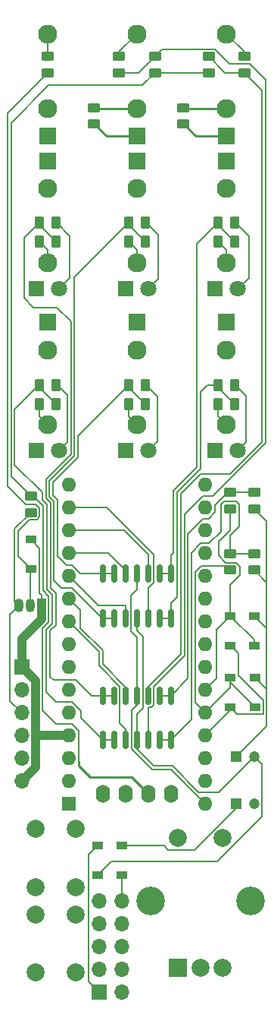
<source format=gbr>
%TF.GenerationSoftware,KiCad,Pcbnew,6.0.11-2627ca5db0~126~ubuntu22.04.1*%
%TF.CreationDate,2023-07-26T01:24:55+03:00*%
%TF.ProjectId,gtoe,67746f65-2e6b-4696-9361-645f70636258,rev?*%
%TF.SameCoordinates,Original*%
%TF.FileFunction,Copper,L2,Bot*%
%TF.FilePolarity,Positive*%
%FSLAX46Y46*%
G04 Gerber Fmt 4.6, Leading zero omitted, Abs format (unit mm)*
G04 Created by KiCad (PCBNEW 6.0.11-2627ca5db0~126~ubuntu22.04.1) date 2023-07-26 01:24:55*
%MOMM*%
%LPD*%
G01*
G04 APERTURE LIST*
G04 Aperture macros list*
%AMRoundRect*
0 Rectangle with rounded corners*
0 $1 Rounding radius*
0 $2 $3 $4 $5 $6 $7 $8 $9 X,Y pos of 4 corners*
0 Add a 4 corners polygon primitive as box body*
4,1,4,$2,$3,$4,$5,$6,$7,$8,$9,$2,$3,0*
0 Add four circle primitives for the rounded corners*
1,1,$1+$1,$2,$3*
1,1,$1+$1,$4,$5*
1,1,$1+$1,$6,$7*
1,1,$1+$1,$8,$9*
0 Add four rect primitives between the rounded corners*
20,1,$1+$1,$2,$3,$4,$5,0*
20,1,$1+$1,$4,$5,$6,$7,0*
20,1,$1+$1,$6,$7,$8,$9,0*
20,1,$1+$1,$8,$9,$2,$3,0*%
G04 Aperture macros list end*
%TA.AperFunction,ComponentPad*%
%ADD10R,1.930000X1.830000*%
%TD*%
%TA.AperFunction,ComponentPad*%
%ADD11C,2.130000*%
%TD*%
%TA.AperFunction,ComponentPad*%
%ADD12C,2.000000*%
%TD*%
%TA.AperFunction,ComponentPad*%
%ADD13R,1.800000X1.800000*%
%TD*%
%TA.AperFunction,ComponentPad*%
%ADD14C,1.800000*%
%TD*%
%TA.AperFunction,ComponentPad*%
%ADD15O,1.600000X2.000000*%
%TD*%
%TA.AperFunction,ComponentPad*%
%ADD16R,2.000000X2.000000*%
%TD*%
%TA.AperFunction,ComponentPad*%
%ADD17C,3.200000*%
%TD*%
%TA.AperFunction,SMDPad,CuDef*%
%ADD18R,1.200000X0.900000*%
%TD*%
%TA.AperFunction,SMDPad,CuDef*%
%ADD19RoundRect,0.250000X-0.450000X0.262500X-0.450000X-0.262500X0.450000X-0.262500X0.450000X0.262500X0*%
%TD*%
%TA.AperFunction,ComponentPad*%
%ADD20R,1.200000X1.200000*%
%TD*%
%TA.AperFunction,ComponentPad*%
%ADD21C,1.200000*%
%TD*%
%TA.AperFunction,SMDPad,CuDef*%
%ADD22RoundRect,0.250000X0.262500X0.450000X-0.262500X0.450000X-0.262500X-0.450000X0.262500X-0.450000X0*%
%TD*%
%TA.AperFunction,SMDPad,CuDef*%
%ADD23RoundRect,0.150000X-0.150000X0.825000X-0.150000X-0.825000X0.150000X-0.825000X0.150000X0.825000X0*%
%TD*%
%TA.AperFunction,ComponentPad*%
%ADD24R,1.600000X1.600000*%
%TD*%
%TA.AperFunction,ComponentPad*%
%ADD25O,1.600000X1.600000*%
%TD*%
%TA.AperFunction,SMDPad,CuDef*%
%ADD26RoundRect,0.250000X0.450000X-0.262500X0.450000X0.262500X-0.450000X0.262500X-0.450000X-0.262500X0*%
%TD*%
%TA.AperFunction,ComponentPad*%
%ADD27R,1.700000X1.700000*%
%TD*%
%TA.AperFunction,ComponentPad*%
%ADD28O,1.700000X1.700000*%
%TD*%
%TA.AperFunction,ComponentPad*%
%ADD29R,1.050000X1.500000*%
%TD*%
%TA.AperFunction,ComponentPad*%
%ADD30O,1.050000X1.500000*%
%TD*%
%TA.AperFunction,Conductor*%
%ADD31C,0.200000*%
%TD*%
%TA.AperFunction,Conductor*%
%ADD32C,1.000000*%
%TD*%
%TA.AperFunction,Conductor*%
%ADD33C,0.250000*%
%TD*%
G04 APERTURE END LIST*
D10*
%TO.P,J9,S*%
%TO.N,GND*%
X124800000Y-52780000D03*
D11*
%TO.P,J9,T*%
%TO.N,Net-(J9-PadT)*%
X124800000Y-41380000D03*
%TO.P,J9,TN*%
%TO.N,Net-(J9-PadTN)*%
X124800000Y-49680000D03*
%TD*%
D12*
%TO.P,SW3,1*%
%TO.N,SHIFT BTN*%
X103450000Y-146000000D03*
X103450000Y-139500000D03*
%TO.P,SW3,2*%
%TO.N,GND*%
X107950000Y-139500000D03*
X107950000Y-146000000D03*
%TD*%
D13*
%TO.P,D5,1,K*%
%TO.N,GND*%
X113530000Y-87800000D03*
D14*
%TO.P,D5,2,A*%
%TO.N,Net-(D5-Pad2)*%
X116070000Y-87800000D03*
%TD*%
D10*
%TO.P,J2,S*%
%TO.N,GND*%
X114800000Y-55520000D03*
D11*
%TO.P,J2,T*%
%TO.N,Net-(J2-PadT)*%
X114800000Y-66920000D03*
%TO.P,J2,TN*%
%TO.N,unconnected-(J2-PadTN)*%
X114800000Y-58620000D03*
%TD*%
D15*
%TO.P,Screen,1,GND*%
%TO.N,GND*%
X118621000Y-126100000D03*
%TO.P,Screen,2,VCC*%
%TO.N,+5V*%
X116081000Y-126100000D03*
%TO.P,Screen,3,SCL*%
%TO.N,I2C SCL*%
X113541000Y-126100000D03*
%TO.P,Screen,4,SDA*%
%TO.N,I2C SDA*%
X111000000Y-126100000D03*
%TD*%
D10*
%TO.P,J5,S*%
%TO.N,GND*%
X114800000Y-73520000D03*
D11*
%TO.P,J5,T*%
%TO.N,Net-(J5-PadT)*%
X114800000Y-84920000D03*
%TO.P,J5,TN*%
%TO.N,unconnected-(J5-PadTN)*%
X114800000Y-76620000D03*
%TD*%
D13*
%TO.P,D4,1,K*%
%TO.N,GND*%
X103530000Y-87800000D03*
D14*
%TO.P,D4,2,A*%
%TO.N,Net-(D4-Pad2)*%
X106070000Y-87800000D03*
%TD*%
D13*
%TO.P,D3,1,K*%
%TO.N,GND*%
X123530000Y-69800000D03*
D14*
%TO.P,D3,2,A*%
%TO.N,Net-(D3-Pad2)*%
X126070000Y-69800000D03*
%TD*%
D10*
%TO.P,J3,S*%
%TO.N,GND*%
X124800000Y-55520000D03*
D11*
%TO.P,J3,T*%
%TO.N,Net-(J3-PadT)*%
X124800000Y-66920000D03*
%TO.P,J3,TN*%
%TO.N,unconnected-(J3-PadTN)*%
X124800000Y-58620000D03*
%TD*%
D13*
%TO.P,D2,1,K*%
%TO.N,GND*%
X113530000Y-69800000D03*
D14*
%TO.P,D2,2,A*%
%TO.N,Net-(D2-Pad2)*%
X116070000Y-69800000D03*
%TD*%
D16*
%TO.P,SW2,A,A*%
%TO.N,ENC_D1*%
X119400000Y-145500000D03*
D12*
%TO.P,SW2,B,B*%
%TO.N,ENC_D2*%
X124400000Y-145500000D03*
%TO.P,SW2,C,C*%
%TO.N,GND*%
X121900000Y-145500000D03*
D17*
%TO.P,SW2,MP*%
%TO.N,N/C*%
X116300000Y-138000000D03*
X127500000Y-138000000D03*
D12*
%TO.P,SW2,S1,S1*%
%TO.N,ENC_BTN*%
X124400000Y-131000000D03*
%TO.P,SW2,S2,S2*%
%TO.N,GND*%
X119400000Y-131000000D03*
%TD*%
D10*
%TO.P,J8,S*%
%TO.N,GND*%
X114800000Y-52780000D03*
D11*
%TO.P,J8,T*%
%TO.N,Net-(J8-PadT)*%
X114800000Y-41380000D03*
%TO.P,J8,TN*%
%TO.N,Net-(J8-PadTN)*%
X114800000Y-49680000D03*
%TD*%
D10*
%TO.P,J6,S*%
%TO.N,GND*%
X124800000Y-73520000D03*
D11*
%TO.P,J6,T*%
%TO.N,Net-(J6-PadT)*%
X124800000Y-84920000D03*
%TO.P,J6,TN*%
%TO.N,unconnected-(J6-PadTN)*%
X124800000Y-76620000D03*
%TD*%
D10*
%TO.P,J1,S*%
%TO.N,GND*%
X104800000Y-55520000D03*
D11*
%TO.P,J1,T*%
%TO.N,Net-(J1-PadT)*%
X104800000Y-66920000D03*
%TO.P,J1,TN*%
%TO.N,unconnected-(J1-PadTN)*%
X104800000Y-58620000D03*
%TD*%
D13*
%TO.P,D6,1,K*%
%TO.N,GND*%
X123530000Y-87800000D03*
D14*
%TO.P,D6,2,A*%
%TO.N,Net-(D6-Pad2)*%
X126070000Y-87800000D03*
%TD*%
D13*
%TO.P,D1,1,K*%
%TO.N,GND*%
X103530000Y-69800000D03*
D14*
%TO.P,D1,2,A*%
%TO.N,Net-(D1-Pad2)*%
X106070000Y-69800000D03*
%TD*%
D10*
%TO.P,J4,S*%
%TO.N,GND*%
X104800000Y-73520000D03*
D11*
%TO.P,J4,T*%
%TO.N,Net-(J4-PadT)*%
X104800000Y-84920000D03*
%TO.P,J4,TN*%
%TO.N,unconnected-(J4-PadTN)*%
X104800000Y-76620000D03*
%TD*%
D10*
%TO.P,J7,S*%
%TO.N,GND*%
X104800000Y-52780000D03*
D11*
%TO.P,J7,T*%
%TO.N,Net-(J7-PadT)*%
X104800000Y-41380000D03*
%TO.P,J7,TN*%
%TO.N,unconnected-(J7-PadTN)*%
X104800000Y-49680000D03*
%TD*%
D12*
%TO.P,SW1,1*%
%TO.N,START STOP BTN*%
X103450000Y-136500000D03*
X103450000Y-130000000D03*
%TO.P,SW1,2*%
%TO.N,GND*%
X107950000Y-130000000D03*
X107950000Y-136500000D03*
%TD*%
D18*
%TO.P,D13,1,K*%
%TO.N,+12V*%
X113100000Y-131850000D03*
%TO.P,D13,2,A*%
%TO.N,Net-(D13-Pad2)*%
X113100000Y-135150000D03*
%TD*%
D19*
%TO.P,R24,1*%
%TO.N,Net-(J9-PadTN)*%
X120000000Y-49587500D03*
%TO.P,R24,2*%
%TO.N,GND*%
X120000000Y-51412500D03*
%TD*%
%TO.P,R19,1*%
%TO.N,Net-(R16-Pad2)*%
X122800000Y-43887500D03*
%TO.P,R19,2*%
%TO.N,+5V*%
X122800000Y-45712500D03*
%TD*%
D20*
%TO.P,C1,1*%
%TO.N,+12V*%
X125900000Y-127200000D03*
D21*
%TO.P,C1,2*%
%TO.N,GND*%
X127900000Y-127200000D03*
%TD*%
D18*
%TO.P,D9,1,K*%
%TO.N,CV1 INPUT*%
X128000000Y-116450000D03*
%TO.P,D9,2,A*%
%TO.N,GND*%
X128000000Y-113150000D03*
%TD*%
%TO.P,D11,1,K*%
%TO.N,CV2 INPUT*%
X127900000Y-109550000D03*
%TO.P,D11,2,A*%
%TO.N,GND*%
X127900000Y-106250000D03*
%TD*%
D22*
%TO.P,R9,1*%
%TO.N,Net-(R10-Pad2)*%
X115712500Y-82600000D03*
%TO.P,R9,2*%
%TO.N,Net-(J5-PadT)*%
X113887500Y-82600000D03*
%TD*%
D18*
%TO.P,D12,1,K*%
%TO.N,Net-(D12-Pad1)*%
X110400000Y-131850000D03*
%TO.P,D12,2,A*%
%TO.N,-12V*%
X110400000Y-135150000D03*
%TD*%
D22*
%TO.P,R3,1*%
%TO.N,Net-(R3-Pad1)*%
X115712500Y-64500000D03*
%TO.P,R3,2*%
%TO.N,Net-(J2-PadT)*%
X113887500Y-64500000D03*
%TD*%
D23*
%TO.P,U2,1*%
%TO.N,Net-(R1-Pad1)*%
X110990000Y-115125000D03*
%TO.P,U2,2,-*%
X112260000Y-115125000D03*
%TO.P,U2,3,+*%
%TO.N,Channel 1*%
X113530000Y-115125000D03*
%TO.P,U2,4,V+*%
%TO.N,+12V*%
X114800000Y-115125000D03*
%TO.P,U2,5,+*%
%TO.N,Net-(R16-Pad2)*%
X116070000Y-115125000D03*
%TO.P,U2,6,-*%
%TO.N,Net-(R17-Pad2)*%
X117340000Y-115125000D03*
%TO.P,U2,7*%
X118610000Y-115125000D03*
%TO.P,U2,8*%
%TO.N,Net-(R20-Pad1)*%
X118610000Y-120075000D03*
%TO.P,U2,9,-*%
X117340000Y-120075000D03*
%TO.P,U2,10,+*%
%TO.N,Net-(R15-Pad2)*%
X116070000Y-120075000D03*
%TO.P,U2,11,V-*%
%TO.N,-12V*%
X114800000Y-120075000D03*
%TO.P,U2,12,+*%
%TO.N,Channel 4*%
X113530000Y-120075000D03*
%TO.P,U2,13,-*%
%TO.N,Net-(R7-Pad1)*%
X112260000Y-120075000D03*
%TO.P,U2,14*%
X110990000Y-120075000D03*
%TD*%
D19*
%TO.P,R23,1*%
%TO.N,Net-(J8-PadTN)*%
X110000000Y-49587500D03*
%TO.P,R23,2*%
%TO.N,GND*%
X110000000Y-51412500D03*
%TD*%
D24*
%TO.P,A1,1,D1/TX*%
%TO.N,Serial Out*%
X107175000Y-127200000D03*
D25*
%TO.P,A1,2,D0/RX*%
%TO.N,Serial In*%
X107175000Y-124660000D03*
%TO.P,A1,3,~{RESET}*%
%TO.N,unconnected-(A1-Pad3)*%
X107175000Y-122120000D03*
%TO.P,A1,4,GND*%
%TO.N,GND*%
X107175000Y-119580000D03*
%TO.P,A1,5,D2*%
%TO.N,DIGITAL INPUT*%
X107175000Y-117040000D03*
%TO.P,A1,6,D3*%
%TO.N,24ppqn OUT*%
X107175000Y-114500000D03*
%TO.P,A1,7,D4*%
%TO.N,ENC_D2*%
X107175000Y-111960000D03*
%TO.P,A1,8,D5*%
%TO.N,START STOP BTN*%
X107175000Y-109420000D03*
%TO.P,A1,9,D6*%
%TO.N,Channel 4*%
X107175000Y-106880000D03*
%TO.P,A1,10,D7*%
%TO.N,Channel 1*%
X107175000Y-104340000D03*
%TO.P,A1,11,D8*%
%TO.N,Channel 2*%
X107175000Y-101800000D03*
%TO.P,A1,12,D9*%
%TO.N,Channel 5*%
X107175000Y-99260000D03*
%TO.P,A1,13,D10*%
%TO.N,Channel 3*%
X107175000Y-96720000D03*
%TO.P,A1,14,D11*%
%TO.N,Channel 6*%
X107175000Y-94180000D03*
%TO.P,A1,15,D12*%
%TO.N,SHIFT BTN*%
X107175000Y-91640000D03*
%TO.P,A1,16,D13*%
%TO.N,unconnected-(A1-Pad16)*%
X122415000Y-91640000D03*
%TO.P,A1,17,3V3*%
%TO.N,unconnected-(A1-Pad17)*%
X122415000Y-94180000D03*
%TO.P,A1,18,AREF*%
%TO.N,unconnected-(A1-Pad18)*%
X122415000Y-96720000D03*
%TO.P,A1,19,A0*%
%TO.N,ENC_BTN*%
X122415000Y-99260000D03*
%TO.P,A1,20,A1*%
%TO.N,unconnected-(A1-Pad20)*%
X122415000Y-101800000D03*
%TO.P,A1,21,A2*%
%TO.N,unconnected-(A1-Pad21)*%
X122415000Y-104340000D03*
%TO.P,A1,22,A3*%
%TO.N,ENC_D1*%
X122415000Y-106880000D03*
%TO.P,A1,23,A4*%
%TO.N,I2C SDA*%
X122415000Y-109420000D03*
%TO.P,A1,24,A5*%
%TO.N,I2C SCL*%
X122415000Y-111960000D03*
%TO.P,A1,25,A6*%
%TO.N,CV2 INPUT*%
X122415000Y-114500000D03*
%TO.P,A1,26,A7*%
%TO.N,CV1 INPUT*%
X122415000Y-117040000D03*
%TO.P,A1,27,+5V*%
%TO.N,+5V*%
X122415000Y-119580000D03*
%TO.P,A1,28,~{RESET}*%
%TO.N,unconnected-(A1-Pad28)*%
X122415000Y-122120000D03*
%TO.P,A1,29,GND*%
%TO.N,GND*%
X122415000Y-124660000D03*
%TO.P,A1,30,VIN*%
%TO.N,+12V*%
X122415000Y-127200000D03*
%TD*%
D19*
%TO.P,R13,1*%
%TO.N,Net-(J7-PadT)*%
X104800000Y-43887500D03*
%TO.P,R13,2*%
%TO.N,Net-(D7-Pad1)*%
X104800000Y-45712500D03*
%TD*%
D22*
%TO.P,R7,1*%
%TO.N,Net-(R7-Pad1)*%
X105712500Y-82600000D03*
%TO.P,R7,2*%
%TO.N,Net-(J4-PadT)*%
X103887500Y-82600000D03*
%TD*%
%TO.P,R12,1*%
%TO.N,Net-(D6-Pad2)*%
X125712500Y-80500000D03*
%TO.P,R12,2*%
%TO.N,Net-(R11-Pad1)*%
X123887500Y-80500000D03*
%TD*%
%TO.P,R10,1*%
%TO.N,Net-(D5-Pad2)*%
X115712500Y-80500000D03*
%TO.P,R10,2*%
%TO.N,Net-(R10-Pad2)*%
X113887500Y-80500000D03*
%TD*%
D26*
%TO.P,R14,1*%
%TO.N,DIGITAL INPUT*%
X102900000Y-94712500D03*
%TO.P,R14,2*%
%TO.N,+5V*%
X102900000Y-92887500D03*
%TD*%
%TO.P,R22,1*%
%TO.N,CV1 INPUT*%
X125200000Y-101112500D03*
%TO.P,R22,2*%
%TO.N,Net-(R20-Pad1)*%
X125200000Y-99287500D03*
%TD*%
D19*
%TO.P,R18,1*%
%TO.N,Net-(R15-Pad2)*%
X116800000Y-43887500D03*
%TO.P,R18,2*%
%TO.N,+5V*%
X116800000Y-45712500D03*
%TD*%
D27*
%TO.P,J11,1,Pin_1*%
%TO.N,GND*%
X101900000Y-111950000D03*
D28*
%TO.P,J11,2,Pin_2*%
%TO.N,24ppqn OUT*%
X101900000Y-114490000D03*
%TO.P,J11,3,Pin_3*%
%TO.N,DIGITAL INPUT*%
X101900000Y-117030000D03*
%TO.P,J11,4,Pin_4*%
%TO.N,Serial In*%
X101900000Y-119570000D03*
%TO.P,J11,5,Pin_5*%
%TO.N,Serial Out*%
X101900000Y-122110000D03*
%TO.P,J11,6,Pin_6*%
%TO.N,GND*%
X101900000Y-124650000D03*
%TD*%
D22*
%TO.P,R2,1*%
%TO.N,Net-(D1-Pad2)*%
X105712500Y-62400000D03*
%TO.P,R2,2*%
%TO.N,Net-(R1-Pad1)*%
X103887500Y-62400000D03*
%TD*%
%TO.P,R5,1*%
%TO.N,Net-(R5-Pad1)*%
X125712500Y-64500000D03*
%TO.P,R5,2*%
%TO.N,Net-(J3-PadT)*%
X123887500Y-64500000D03*
%TD*%
%TO.P,R11,1*%
%TO.N,Net-(R11-Pad1)*%
X125712500Y-82600000D03*
%TO.P,R11,2*%
%TO.N,Net-(J6-PadT)*%
X123887500Y-82600000D03*
%TD*%
D19*
%TO.P,R20,1*%
%TO.N,Net-(R20-Pad1)*%
X127900000Y-99287500D03*
%TO.P,R20,2*%
%TO.N,GND*%
X127900000Y-101112500D03*
%TD*%
D20*
%TO.P,C2,1*%
%TO.N,GND*%
X125900000Y-121900000D03*
D21*
%TO.P,C2,2*%
%TO.N,-12V*%
X127900000Y-121900000D03*
%TD*%
D18*
%TO.P,D8,1,K*%
%TO.N,+5V*%
X125200000Y-116450000D03*
%TO.P,D8,2,A*%
%TO.N,CV1 INPUT*%
X125200000Y-113150000D03*
%TD*%
D22*
%TO.P,R1,1*%
%TO.N,Net-(R1-Pad1)*%
X105712500Y-64500000D03*
%TO.P,R1,2*%
%TO.N,Net-(J1-PadT)*%
X103887500Y-64500000D03*
%TD*%
D19*
%TO.P,R15,1*%
%TO.N,Net-(J8-PadT)*%
X112800000Y-43887500D03*
%TO.P,R15,2*%
%TO.N,Net-(R15-Pad2)*%
X112800000Y-45712500D03*
%TD*%
D22*
%TO.P,R8,1*%
%TO.N,Net-(D4-Pad2)*%
X105712500Y-80500000D03*
%TO.P,R8,2*%
%TO.N,Net-(R7-Pad1)*%
X103887500Y-80500000D03*
%TD*%
D23*
%TO.P,U1,1*%
%TO.N,Net-(R10-Pad2)*%
X110990000Y-101525000D03*
%TO.P,U1,2,-*%
X112260000Y-101525000D03*
%TO.P,U1,3,+*%
%TO.N,Channel 5*%
X113530000Y-101525000D03*
%TO.P,U1,4,V+*%
%TO.N,+12V*%
X114800000Y-101525000D03*
%TO.P,U1,5,+*%
%TO.N,Channel 3*%
X116070000Y-101525000D03*
%TO.P,U1,6,-*%
%TO.N,Net-(R5-Pad1)*%
X117340000Y-101525000D03*
%TO.P,U1,7*%
X118610000Y-101525000D03*
%TO.P,U1,8*%
%TO.N,Net-(R11-Pad1)*%
X118610000Y-106475000D03*
%TO.P,U1,9,-*%
X117340000Y-106475000D03*
%TO.P,U1,10,+*%
%TO.N,Channel 6*%
X116070000Y-106475000D03*
%TO.P,U1,11,V-*%
%TO.N,-12V*%
X114800000Y-106475000D03*
%TO.P,U1,12,+*%
%TO.N,Channel 2*%
X113530000Y-106475000D03*
%TO.P,U1,13,-*%
%TO.N,Net-(R3-Pad1)*%
X112260000Y-106475000D03*
%TO.P,U1,14*%
X110990000Y-106475000D03*
%TD*%
D18*
%TO.P,D7,1,K*%
%TO.N,Net-(D7-Pad1)*%
X102900000Y-101000000D03*
%TO.P,D7,2,A*%
%TO.N,GND*%
X102900000Y-97700000D03*
%TD*%
D19*
%TO.P,R21,1*%
%TO.N,Net-(R17-Pad2)*%
X127900000Y-92487500D03*
%TO.P,R21,2*%
%TO.N,GND*%
X127900000Y-94312500D03*
%TD*%
D22*
%TO.P,R4,1*%
%TO.N,Net-(D2-Pad2)*%
X115712500Y-62400000D03*
%TO.P,R4,2*%
%TO.N,Net-(R3-Pad1)*%
X113887500Y-62400000D03*
%TD*%
D26*
%TO.P,R17,1*%
%TO.N,CV2 INPUT*%
X125200000Y-94312500D03*
%TO.P,R17,2*%
%TO.N,Net-(R17-Pad2)*%
X125200000Y-92487500D03*
%TD*%
D18*
%TO.P,D10,1,K*%
%TO.N,+5V*%
X125200000Y-109550000D03*
%TO.P,D10,2,A*%
%TO.N,CV2 INPUT*%
X125200000Y-106250000D03*
%TD*%
D22*
%TO.P,R6,1*%
%TO.N,Net-(D3-Pad2)*%
X125712500Y-62400000D03*
%TO.P,R6,2*%
%TO.N,Net-(R5-Pad1)*%
X123887500Y-62400000D03*
%TD*%
D19*
%TO.P,R16,1*%
%TO.N,Net-(J9-PadT)*%
X126800000Y-43887500D03*
%TO.P,R16,2*%
%TO.N,Net-(R16-Pad2)*%
X126800000Y-45712500D03*
%TD*%
D29*
%TO.P,Q1,1,E*%
%TO.N,GND*%
X104100000Y-105100000D03*
D30*
%TO.P,Q1,2,B*%
%TO.N,Net-(D7-Pad1)*%
X102830000Y-105100000D03*
%TO.P,Q1,3,C*%
%TO.N,DIGITAL INPUT*%
X101560000Y-105100000D03*
%TD*%
D27*
%TO.P,J10,1,Pin_1*%
%TO.N,Net-(D12-Pad1)*%
X110525000Y-148160000D03*
D28*
%TO.P,J10,2,Pin_2*%
X113065000Y-148160000D03*
%TO.P,J10,3,Pin_3*%
%TO.N,GND*%
X110525000Y-145620000D03*
%TO.P,J10,4,Pin_4*%
X113065000Y-145620000D03*
%TO.P,J10,5,Pin_5*%
X110525000Y-143080000D03*
%TO.P,J10,6,Pin_6*%
X113065000Y-143080000D03*
%TO.P,J10,7,Pin_7*%
X110525000Y-140540000D03*
%TO.P,J10,8,Pin_8*%
X113065000Y-140540000D03*
%TO.P,J10,9,Pin_9*%
%TO.N,Net-(D13-Pad2)*%
X110525000Y-138000000D03*
%TO.P,J10,10,Pin_10*%
X113065000Y-138000000D03*
%TD*%
D31*
%TO.N,GND*%
X129300000Y-107650000D02*
X129300000Y-102512500D01*
D32*
X103450000Y-113500000D02*
X101900000Y-111950000D01*
X101900000Y-108800000D02*
X101900000Y-111950000D01*
D31*
X125900000Y-121900000D02*
X129300000Y-118500000D01*
X102900000Y-97700000D02*
X103900000Y-98700000D01*
X103900000Y-103700000D02*
X104100000Y-103900000D01*
X104100000Y-103900000D02*
X104100000Y-105100000D01*
X129275000Y-114425000D02*
X128000000Y-113150000D01*
X129300000Y-107650000D02*
X127900000Y-106250000D01*
X129275000Y-114425000D02*
X129300000Y-114400000D01*
X129300000Y-102512500D02*
X129300000Y-95712500D01*
X129300000Y-102512500D02*
X127900000Y-101112500D01*
D32*
X103450000Y-119450000D02*
X103450000Y-113500000D01*
X103580000Y-119580000D02*
X103450000Y-119450000D01*
X101900000Y-124650000D02*
X103450000Y-123100000D01*
D33*
X124800000Y-52780000D02*
X121367500Y-52780000D01*
D32*
X104100000Y-105100000D02*
X104100000Y-106600000D01*
D31*
X103900000Y-98700000D02*
X103900000Y-103700000D01*
D32*
X103450000Y-123100000D02*
X103450000Y-119450000D01*
D31*
X129300000Y-118500000D02*
X129300000Y-114450000D01*
D33*
X111367500Y-52780000D02*
X114800000Y-52780000D01*
X110000000Y-51412500D02*
X111367500Y-52780000D01*
X121367500Y-52780000D02*
X120000000Y-51412500D01*
D32*
X104100000Y-106600000D02*
X101900000Y-108800000D01*
X107175000Y-119580000D02*
X103580000Y-119580000D01*
D31*
X129300000Y-114450000D02*
X129275000Y-114425000D01*
X129300000Y-95712500D02*
X127900000Y-94312500D01*
X129300000Y-114400000D02*
X129300000Y-107650000D01*
%TO.N,DIGITAL INPUT*%
X102900000Y-94712500D02*
X101100000Y-96512500D01*
X101900000Y-117030000D02*
X100600000Y-115730000D01*
X100600000Y-106060000D02*
X101560000Y-105100000D01*
X100600000Y-115730000D02*
X100600000Y-106060000D01*
X101100000Y-104640000D02*
X101560000Y-105100000D01*
X101100000Y-96512500D02*
X101100000Y-104640000D01*
%TO.N,Channel 1*%
X113530000Y-114217918D02*
X110950000Y-111637918D01*
X108450000Y-107589314D02*
X108450000Y-105615000D01*
X108450000Y-105615000D02*
X107175000Y-104340000D01*
X110950000Y-111637918D02*
X110950000Y-110089314D01*
X110950000Y-110089314D02*
X108450000Y-107589314D01*
X113530000Y-115125000D02*
X113530000Y-114217918D01*
%TO.N,Channel 3*%
X113350000Y-96700000D02*
X113330000Y-96720000D01*
X116070000Y-99420000D02*
X113350000Y-96700000D01*
X113330000Y-96720000D02*
X107175000Y-96720000D01*
X116070000Y-101525000D02*
X116070000Y-99420000D01*
%TO.N,Channel 4*%
X113530000Y-120075000D02*
X113550000Y-120055000D01*
X110550000Y-110255000D02*
X107175000Y-106880000D01*
X110550000Y-111803604D02*
X110550000Y-110255000D01*
X113550000Y-118850000D02*
X112860000Y-118160000D01*
X112860000Y-114113604D02*
X110550000Y-111803604D01*
X112860000Y-118160000D02*
X112860000Y-114113604D01*
X113550000Y-120055000D02*
X113550000Y-118850000D01*
%TO.N,Channel 6*%
X116070000Y-106475000D02*
X116070000Y-103136396D01*
X116070000Y-103136396D02*
X116670000Y-102536396D01*
X116670000Y-102536396D02*
X116670000Y-99420000D01*
X116670000Y-99420000D02*
X111430000Y-94180000D01*
X111430000Y-94180000D02*
X107175000Y-94180000D01*
%TO.N,+5V*%
X115412500Y-47100000D02*
X104902817Y-47100000D01*
X104250000Y-107581370D02*
X104925000Y-106906370D01*
X104925000Y-106906370D02*
X104925000Y-104050000D01*
X108275000Y-119075000D02*
X107500000Y-118300000D01*
X125950000Y-117200000D02*
X128900000Y-117200000D01*
X104300000Y-103424999D02*
X104300000Y-94000000D01*
X122415000Y-119580000D02*
X125200000Y-116795000D01*
X128900000Y-117200000D02*
X128900000Y-115700000D01*
X125200000Y-116795000D02*
X125200000Y-116450000D01*
X105750000Y-118300000D02*
X104250000Y-116800000D01*
X126100000Y-110450000D02*
X125200000Y-109550000D01*
D33*
X108275000Y-122475000D02*
X108275000Y-122925000D01*
D31*
X125200000Y-116450000D02*
X125950000Y-117200000D01*
X104300000Y-94000000D02*
X103600000Y-93300000D01*
D33*
X114181000Y-124200000D02*
X116081000Y-126100000D01*
D31*
X128900000Y-115700000D02*
X126100000Y-112900000D01*
X126100000Y-112900000D02*
X126100000Y-110450000D01*
X100700000Y-90687500D02*
X102900000Y-92887500D01*
D33*
X108275000Y-122925000D02*
X109550000Y-124200000D01*
D31*
X104250000Y-116800000D02*
X104250000Y-107581370D01*
D33*
X109550000Y-124200000D02*
X114181000Y-124200000D01*
D31*
X122800000Y-45712500D02*
X116800000Y-45712500D01*
X100700000Y-51302817D02*
X100700000Y-90687500D01*
X116800000Y-45712500D02*
X115412500Y-47100000D01*
X107500000Y-118300000D02*
X105750000Y-118300000D01*
X108275000Y-122475000D02*
X108275000Y-119075000D01*
X104925000Y-104050000D02*
X104300000Y-103424999D01*
X104902817Y-47100000D02*
X100700000Y-51302817D01*
%TO.N,+12V*%
X114130000Y-107930000D02*
X114130000Y-103970000D01*
X118300000Y-132300000D02*
X121261522Y-132300000D01*
X114800000Y-115125000D02*
X114800000Y-116200000D01*
X125900000Y-127661522D02*
X125900000Y-127200000D01*
X121261522Y-132300000D02*
X125900000Y-127661522D01*
X113100000Y-131850000D02*
X117850000Y-131850000D01*
X114130000Y-103970000D02*
X114800000Y-103300000D01*
X114800000Y-108600000D02*
X114130000Y-107930000D01*
X114800000Y-115125000D02*
X114800000Y-108600000D01*
X117850000Y-131850000D02*
X118300000Y-132300000D01*
X114200000Y-121086396D02*
X114200000Y-116800000D01*
X114800000Y-103300000D02*
X114800000Y-101525000D01*
X114800000Y-116200000D02*
X114200000Y-116800000D01*
X116513604Y-123400000D02*
X114200000Y-121086396D01*
X118615000Y-123400000D02*
X116513604Y-123400000D01*
X122415000Y-127200000D02*
X118615000Y-123400000D01*
%TO.N,Net-(D1-Pad2)*%
X107300000Y-63900000D02*
X107300000Y-68570000D01*
X105800000Y-62400000D02*
X107300000Y-63900000D01*
X107300000Y-68570000D02*
X106070000Y-69800000D01*
X105712500Y-62400000D02*
X105800000Y-62400000D01*
%TO.N,Net-(D2-Pad2)*%
X115800000Y-62400000D02*
X117200000Y-63800000D01*
X115712500Y-62400000D02*
X115800000Y-62400000D01*
X117200000Y-68670000D02*
X116070000Y-69800000D01*
X117200000Y-63800000D02*
X117200000Y-68670000D01*
%TO.N,Net-(D3-Pad2)*%
X125712500Y-62400000D02*
X125800000Y-62400000D01*
X127300000Y-63900000D02*
X127300000Y-68570000D01*
X127300000Y-68570000D02*
X126070000Y-69800000D01*
X125800000Y-62400000D02*
X127300000Y-63900000D01*
%TO.N,Net-(D4-Pad2)*%
X107000000Y-81600000D02*
X107000000Y-86870000D01*
X105712500Y-80500000D02*
X105900000Y-80500000D01*
X105900000Y-80500000D02*
X107000000Y-81600000D01*
X107000000Y-86870000D02*
X106070000Y-87800000D01*
%TO.N,Net-(D5-Pad2)*%
X115800000Y-80500000D02*
X117100000Y-81800000D01*
X117100000Y-86770000D02*
X116070000Y-87800000D01*
X117100000Y-81800000D02*
X117100000Y-86770000D01*
X115712500Y-80500000D02*
X115800000Y-80500000D01*
%TO.N,Net-(D6-Pad2)*%
X125712500Y-80500000D02*
X125800000Y-80500000D01*
X125800000Y-80500000D02*
X127000000Y-81700000D01*
X127000000Y-86870000D02*
X126070000Y-87800000D01*
X127000000Y-81700000D02*
X127000000Y-86870000D01*
%TO.N,Net-(D7-Pad1)*%
X102900000Y-101000000D02*
X101500000Y-99600000D01*
X103900000Y-95202817D02*
X103900000Y-94222183D01*
X100300000Y-50212500D02*
X104800000Y-45712500D01*
X102775000Y-95525000D02*
X103577817Y-95525000D01*
X100300000Y-91777817D02*
X100300000Y-50212500D01*
X102830000Y-101070000D02*
X102900000Y-101000000D01*
X102322183Y-93800000D02*
X100300000Y-91777817D01*
X101500000Y-99600000D02*
X101500000Y-96800000D01*
X103900000Y-94222183D02*
X103477817Y-93800000D01*
X103477817Y-93800000D02*
X102322183Y-93800000D01*
X101500000Y-96800000D02*
X102775000Y-95525000D01*
X103577817Y-95525000D02*
X103900000Y-95202817D01*
X102830000Y-105100000D02*
X102830000Y-101070000D01*
%TO.N,Net-(J1-PadT)*%
X103887500Y-64500000D02*
X104800000Y-65412500D01*
X104800000Y-65412500D02*
X104800000Y-66920000D01*
%TO.N,Net-(J2-PadT)*%
X113887500Y-64500000D02*
X114800000Y-65412500D01*
X114800000Y-65412500D02*
X114800000Y-66920000D01*
%TO.N,Net-(J3-PadT)*%
X124800000Y-65412500D02*
X124800000Y-66920000D01*
X123887500Y-64500000D02*
X124800000Y-65412500D01*
%TO.N,Net-(J4-PadT)*%
X103887500Y-84007500D02*
X104800000Y-84920000D01*
X103887500Y-82600000D02*
X103887500Y-84007500D01*
%TO.N,Net-(J5-PadT)*%
X113887500Y-84007500D02*
X114800000Y-84920000D01*
X113887500Y-82600000D02*
X113887500Y-84007500D01*
%TO.N,Net-(J6-PadT)*%
X123887500Y-84007500D02*
X124800000Y-84920000D01*
X123887500Y-82600000D02*
X123887500Y-84007500D01*
%TO.N,Net-(J7-PadT)*%
X104800000Y-41380000D02*
X104800000Y-43887500D01*
%TO.N,Net-(J8-PadT)*%
X114800000Y-41380000D02*
X112800000Y-43380000D01*
X112800000Y-43380000D02*
X112800000Y-43887500D01*
D33*
%TO.N,Net-(J8-PadTN)*%
X114800000Y-49680000D02*
X110092500Y-49680000D01*
X110092500Y-49680000D02*
X110000000Y-49587500D01*
D31*
%TO.N,Net-(J9-PadT)*%
X124800000Y-41380000D02*
X126800000Y-43380000D01*
X126800000Y-43380000D02*
X126800000Y-43887500D01*
D33*
%TO.N,Net-(J9-PadTN)*%
X120000000Y-49587500D02*
X120092500Y-49680000D01*
X120092500Y-49680000D02*
X124800000Y-49680000D01*
D31*
%TO.N,CV2 INPUT*%
X125200000Y-96700000D02*
X125200000Y-94312500D01*
X123900000Y-99500000D02*
X123900000Y-98000000D01*
X123900000Y-98000000D02*
X125200000Y-96700000D01*
X125250000Y-106250000D02*
X127900000Y-108900000D01*
X122415000Y-114500000D02*
X123700000Y-113215000D01*
X125200000Y-106250000D02*
X125250000Y-106250000D01*
X124700000Y-100300000D02*
X123900000Y-99500000D01*
X127900000Y-108900000D02*
X127900000Y-109550000D01*
X126300000Y-101700000D02*
X126300000Y-100722183D01*
X123700000Y-113215000D02*
X123700000Y-107750000D01*
X123700000Y-107750000D02*
X125200000Y-106250000D01*
X126300000Y-100722183D02*
X125877817Y-100300000D01*
X125200000Y-106250000D02*
X125200000Y-102800000D01*
X125200000Y-102800000D02*
X126300000Y-101700000D01*
X125877817Y-100300000D02*
X124700000Y-100300000D01*
%TO.N,-12V*%
X123800000Y-133600000D02*
X128800000Y-128600000D01*
X110400000Y-135150000D02*
X111950000Y-133600000D01*
X115470000Y-116530000D02*
X115470000Y-108570000D01*
X116639645Y-122960355D02*
X114800000Y-121120710D01*
X127900000Y-121900000D02*
X123900000Y-125900000D01*
X114800000Y-121120710D02*
X114800000Y-120075000D01*
X118741041Y-122960355D02*
X116639645Y-122960355D01*
X114800000Y-117200000D02*
X115470000Y-116530000D01*
X128800000Y-122800000D02*
X127900000Y-121900000D01*
X128800000Y-128600000D02*
X128800000Y-122800000D01*
X111950000Y-133600000D02*
X123800000Y-133600000D01*
X114800000Y-120075000D02*
X114800000Y-117200000D01*
X121680686Y-125900000D02*
X118741041Y-122960355D01*
X114800000Y-107900000D02*
X114800000Y-106475000D01*
X115470000Y-108570000D02*
X114800000Y-107900000D01*
X123900000Y-125900000D02*
X121680686Y-125900000D01*
%TO.N,CV1 INPUT*%
X125200000Y-113650000D02*
X128000000Y-116450000D01*
X124787500Y-100700000D02*
X121959365Y-100700000D01*
X125200000Y-101112500D02*
X124787500Y-100700000D01*
X125200000Y-114255000D02*
X122415000Y-117040000D01*
X121959365Y-100700000D02*
X121300000Y-101359365D01*
X121300000Y-115925000D02*
X122415000Y-117040000D01*
X125200000Y-113150000D02*
X125200000Y-113650000D01*
X121300000Y-101359365D02*
X121300000Y-115925000D01*
X125200000Y-113150000D02*
X125200000Y-114255000D01*
%TO.N,Net-(D12-Pad1)*%
X110525000Y-148160000D02*
X109375000Y-147010000D01*
X109375000Y-132875000D02*
X110400000Y-131850000D01*
X109375000Y-147010000D02*
X109375000Y-132875000D01*
%TO.N,Net-(D13-Pad2)*%
X113065000Y-138000000D02*
X113065000Y-135185000D01*
X113065000Y-135185000D02*
X113100000Y-135150000D01*
%TO.N,Net-(R1-Pad1)*%
X105725000Y-103718628D02*
X105100000Y-103093628D01*
X107400000Y-88250000D02*
X107400000Y-73450000D01*
X102150000Y-70820000D02*
X102150000Y-64137500D01*
X105850000Y-71900000D02*
X103230000Y-71900000D01*
X105050000Y-107912742D02*
X105725000Y-107237740D01*
X107400000Y-73450000D02*
X105850000Y-71900000D01*
X103230000Y-71900000D02*
X102150000Y-70820000D01*
X112260000Y-115125000D02*
X110990000Y-115125000D01*
X104600000Y-93168629D02*
X104600000Y-91050000D01*
X102150000Y-64137500D02*
X103887500Y-62400000D01*
X104600000Y-91050000D02*
X107400000Y-88250000D01*
X105450000Y-113400000D02*
X105050000Y-113000000D01*
X103887500Y-62400000D02*
X103887500Y-62675000D01*
X105100000Y-103093628D02*
X105100000Y-93668629D01*
X110990000Y-115125000D02*
X109675000Y-115125000D01*
X103887500Y-62675000D02*
X105712500Y-64500000D01*
X105050000Y-113000000D02*
X105050000Y-107912742D01*
X109675000Y-115125000D02*
X107950000Y-113400000D01*
X105100000Y-93668629D02*
X104600000Y-93168629D01*
X107950000Y-113400000D02*
X105450000Y-113400000D01*
X105725000Y-107237740D02*
X105725000Y-103718628D01*
%TO.N,Net-(R3-Pad1)*%
X105000000Y-93002943D02*
X105000000Y-91215686D01*
X113887500Y-62400000D02*
X113887500Y-62675000D01*
X107800000Y-68487500D02*
X113887500Y-62400000D01*
X107800000Y-88415685D02*
X107800000Y-68487500D01*
X110990000Y-106475000D02*
X110875000Y-106475000D01*
X107500000Y-103100000D02*
X106345343Y-103100000D01*
X112260000Y-106475000D02*
X110990000Y-106475000D01*
X106345343Y-103100000D02*
X105500000Y-102254657D01*
X105500000Y-93502943D02*
X105000000Y-93002943D01*
X105500000Y-102254657D02*
X105500000Y-93502943D01*
X105000000Y-91215686D02*
X107800000Y-88415685D01*
X110875000Y-106475000D02*
X107500000Y-103100000D01*
X113887500Y-62675000D02*
X115712500Y-64500000D01*
%TO.N,Net-(R5-Pad1)*%
X117340000Y-101525000D02*
X118610000Y-101525000D01*
X121500000Y-89668628D02*
X121500000Y-64787500D01*
X118610000Y-101525000D02*
X118600000Y-101515000D01*
X121500000Y-64787500D02*
X123887500Y-62400000D01*
X118900000Y-92268628D02*
X121500000Y-89668628D01*
X123887500Y-62675000D02*
X125712500Y-64500000D01*
X123887500Y-62400000D02*
X123887500Y-62675000D01*
X118900000Y-99200000D02*
X118900000Y-92268628D01*
X118600000Y-99500000D02*
X118900000Y-99200000D01*
X118600000Y-101515000D02*
X118600000Y-99500000D01*
%TO.N,Net-(R7-Pad1)*%
X105325000Y-107072055D02*
X105325000Y-103884314D01*
X104650000Y-114750000D02*
X104650000Y-107747056D01*
X107490635Y-115800000D02*
X105700000Y-115800000D01*
X104700000Y-93834315D02*
X104200000Y-93334315D01*
X104700000Y-103259314D02*
X104700000Y-93834315D01*
X101100000Y-89400000D02*
X101100000Y-83200000D01*
X108500000Y-116809365D02*
X107490635Y-115800000D01*
X104650000Y-107747056D02*
X105325000Y-107072055D01*
X105700000Y-115800000D02*
X104650000Y-114750000D01*
X103800000Y-80500000D02*
X103887500Y-80500000D01*
X104200000Y-93334315D02*
X104200000Y-92500000D01*
X108500000Y-117585000D02*
X108500000Y-116809365D01*
X112260000Y-120075000D02*
X110990000Y-120075000D01*
X101100000Y-83200000D02*
X103800000Y-80500000D01*
X104200000Y-92500000D02*
X101100000Y-89400000D01*
X103887500Y-80775000D02*
X105712500Y-82600000D01*
X103887500Y-80500000D02*
X103887500Y-80775000D01*
X105325000Y-103884314D02*
X104700000Y-103259314D01*
X110990000Y-120075000D02*
X108500000Y-117585000D01*
%TO.N,Net-(R10-Pad2)*%
X106909365Y-100550000D02*
X105900000Y-99540635D01*
X105400000Y-92800000D02*
X105400000Y-91381372D01*
X108200000Y-88581370D02*
X108200000Y-86187500D01*
X113887500Y-80775000D02*
X115712500Y-82600000D01*
X112260000Y-101525000D02*
X110990000Y-101525000D01*
X113887500Y-80500000D02*
X113887500Y-80775000D01*
X108200000Y-86187500D02*
X113887500Y-80500000D01*
X108475000Y-101525000D02*
X107500000Y-100550000D01*
X105400000Y-91381372D02*
X108200000Y-88581370D01*
X110990000Y-101525000D02*
X108475000Y-101525000D01*
X105900000Y-99540635D02*
X105900000Y-93300000D01*
X105900000Y-93300000D02*
X105400000Y-92800000D01*
X107500000Y-100550000D02*
X106909365Y-100550000D01*
%TO.N,Net-(R11-Pad1)*%
X119300000Y-92434314D02*
X121917157Y-89817157D01*
X123887500Y-80500000D02*
X122700000Y-80500000D01*
X123887500Y-80775000D02*
X125712500Y-82600000D01*
X122700000Y-80500000D02*
X121900000Y-81300000D01*
X117340000Y-106475000D02*
X118610000Y-106475000D01*
X121900000Y-81300000D02*
X121900000Y-89850000D01*
X118610000Y-104840000D02*
X119300000Y-104150000D01*
X123887500Y-80500000D02*
X123887500Y-80775000D01*
X118610000Y-106475000D02*
X118610000Y-104840000D01*
X119300000Y-104150000D02*
X119300000Y-92434314D01*
%TO.N,Net-(R17-Pad2)*%
X117340000Y-115125000D02*
X118610000Y-115125000D01*
X120500000Y-97079365D02*
X120500000Y-113235000D01*
X122800000Y-95400000D02*
X122179365Y-95400000D01*
X127900000Y-92487500D02*
X125200000Y-92487500D01*
X125200000Y-92487500D02*
X124946814Y-92487500D01*
X123515000Y-94685000D02*
X122800000Y-95400000D01*
X120500000Y-113235000D02*
X118610000Y-115125000D01*
X123515000Y-93919314D02*
X123515000Y-94685000D01*
X124946814Y-92487500D02*
X123515000Y-93919314D01*
X122179365Y-95400000D02*
X120500000Y-97079365D01*
%TO.N,Net-(R15-Pad2)*%
X127400000Y-44700000D02*
X125102817Y-44700000D01*
X125102817Y-44700000D02*
X123477817Y-43075000D01*
X116800000Y-43887500D02*
X114975000Y-45712500D01*
X116406396Y-116400000D02*
X116670000Y-116136396D01*
X123297183Y-92900000D02*
X129200000Y-86997183D01*
X117612500Y-43075000D02*
X116800000Y-43887500D01*
X116070000Y-120075000D02*
X116070000Y-116400000D01*
X129200000Y-46500000D02*
X127400000Y-44700000D01*
X116670000Y-114130000D02*
X120100000Y-110700000D01*
X129200000Y-86997183D02*
X129200000Y-46500000D01*
X122139365Y-92900000D02*
X123297183Y-92900000D01*
X114975000Y-45712500D02*
X112800000Y-45712500D01*
X120100000Y-110700000D02*
X120100000Y-94939365D01*
X116070000Y-116400000D02*
X116406396Y-116400000D01*
X116670000Y-116136396D02*
X116670000Y-114130000D01*
X120100000Y-94939365D02*
X122139365Y-92900000D01*
X123477817Y-43075000D02*
X117612500Y-43075000D01*
%TO.N,Net-(R16-Pad2)*%
X116070000Y-114164314D02*
X119700000Y-110534314D01*
X119700000Y-110534314D02*
X119700000Y-92600000D01*
X128800000Y-47712500D02*
X126800000Y-45712500D01*
X125212500Y-45712500D02*
X125200000Y-45700000D01*
X126800000Y-45712500D02*
X125212500Y-45712500D01*
X128800000Y-86831497D02*
X128800000Y-47712500D01*
X121900000Y-90400000D02*
X125231497Y-90400000D01*
X125200000Y-45700000D02*
X124612500Y-45700000D01*
X125231497Y-90400000D02*
X128800000Y-86831497D01*
X119700000Y-92600000D02*
X121900000Y-90400000D01*
X116070000Y-115125000D02*
X116070000Y-114164314D01*
X124612500Y-45700000D02*
X122800000Y-43887500D01*
%TO.N,Net-(R20-Pad1)*%
X125200000Y-99287500D02*
X125200000Y-97300000D01*
X120900000Y-117785000D02*
X118610000Y-120075000D01*
X121940000Y-98160000D02*
X120900000Y-99200000D01*
X124200000Y-96830635D02*
X122870635Y-98160000D01*
X124200000Y-93800000D02*
X124200000Y-96830635D01*
X127900000Y-99287500D02*
X125200000Y-99287500D01*
X117340000Y-120075000D02*
X118610000Y-120075000D01*
X125200000Y-97300000D02*
X126200000Y-96300000D01*
X120900000Y-99200000D02*
X120900000Y-117785000D01*
X124500000Y-93500000D02*
X124200000Y-93800000D01*
X125877817Y-93500000D02*
X124500000Y-93500000D01*
X122870635Y-98160000D02*
X121940000Y-98160000D01*
X126200000Y-96300000D02*
X126200000Y-93822183D01*
X126200000Y-93822183D02*
X125877817Y-93500000D01*
%TO.N,Channel 2*%
X113530000Y-106475000D02*
X113500000Y-106445000D01*
X110475000Y-105100000D02*
X107175000Y-101800000D01*
X113500000Y-106445000D02*
X113500000Y-105100000D01*
X113500000Y-105100000D02*
X110475000Y-105100000D01*
%TO.N,Channel 5*%
X111590000Y-99260000D02*
X107175000Y-99260000D01*
X111600000Y-99250000D02*
X111590000Y-99260000D01*
X113530000Y-101525000D02*
X113530000Y-101180000D01*
X113530000Y-101180000D02*
X111600000Y-99250000D01*
%TD*%
M02*

</source>
